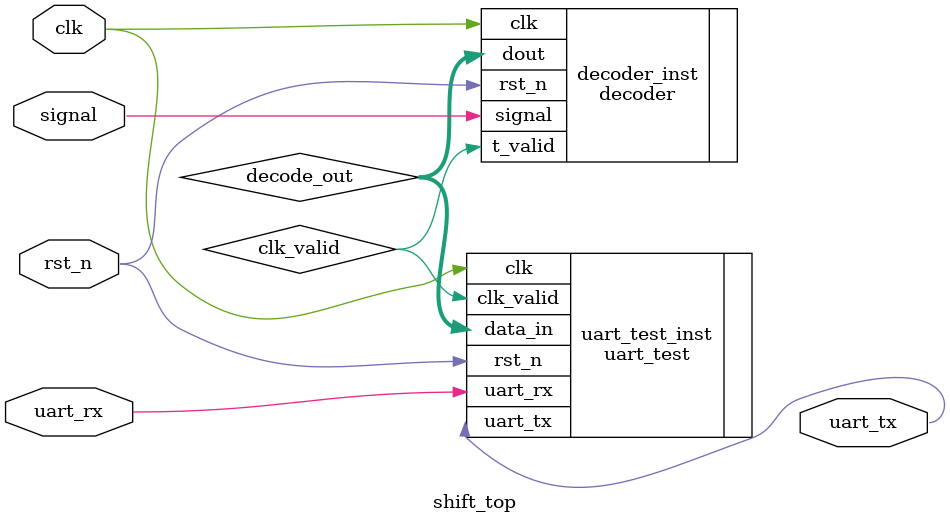
<source format=v>
module shift_top(
	input                        clk,
	input                        rst_n,
	input								  uart_rx,

	input 							  signal,
	
	//decode

	
	output							  uart_tx
	
);

wire trans_ready;





wire [3:0]decode_out;

wire clk_valid;

















decoder decoder_inst(
	.clk(clk),
	.rst_n(rst_n),
	.signal(signal),
	.t_valid(clk_valid),
	.dout(decode_out)
);




uart_test uart_test_inst(
	.clk(clk),
	.rst_n(rst_n),
	.data_in(decode_out),
	.clk_valid(clk_valid),
	.uart_rx(uart_rx),
	.uart_tx(uart_tx)
);


endmodule



</source>
